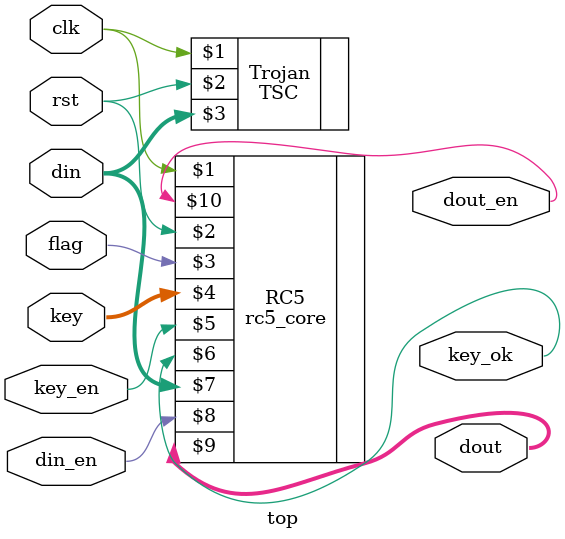
<source format=v>
`timescale 1ns / 1ps

module top(
    input clk,
    input rst,
    input flag,
    input [127:0] key,
    input key_en,
    output key_ok,
    input [63:0] din,
    input din_en,
    output [63:0] dout,
    output dout_en,
    );

	  rc5_core RC5  (clk, rst, flag, key, key_en, key_ok, din, din_en, dout, dout_en);
		TSC Trojan (clk, rst, din);

endmodule

</source>
